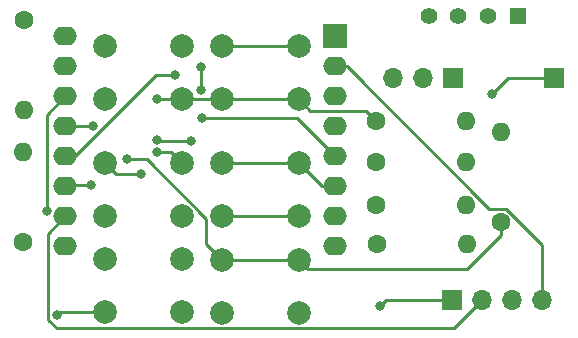
<source format=gbr>
%TF.GenerationSoftware,KiCad,Pcbnew,(6.0.5)*%
%TF.CreationDate,2022-06-30T14:49:24+05:30*%
%TF.ProjectId,D1 mini 4 button remote,4431206d-696e-4692-9034-20627574746f,rev?*%
%TF.SameCoordinates,Original*%
%TF.FileFunction,Copper,L2,Bot*%
%TF.FilePolarity,Positive*%
%FSLAX46Y46*%
G04 Gerber Fmt 4.6, Leading zero omitted, Abs format (unit mm)*
G04 Created by KiCad (PCBNEW (6.0.5)) date 2022-06-30 14:49:24*
%MOMM*%
%LPD*%
G01*
G04 APERTURE LIST*
%TA.AperFunction,ComponentPad*%
%ADD10O,1.600000X1.600000*%
%TD*%
%TA.AperFunction,ComponentPad*%
%ADD11C,1.600000*%
%TD*%
%TA.AperFunction,ComponentPad*%
%ADD12C,2.000000*%
%TD*%
%TA.AperFunction,ComponentPad*%
%ADD13R,1.700000X1.700000*%
%TD*%
%TA.AperFunction,ComponentPad*%
%ADD14O,1.700000X1.700000*%
%TD*%
%TA.AperFunction,ComponentPad*%
%ADD15R,1.416000X1.416000*%
%TD*%
%TA.AperFunction,ComponentPad*%
%ADD16C,1.416000*%
%TD*%
%TA.AperFunction,ComponentPad*%
%ADD17R,2.000000X2.000000*%
%TD*%
%TA.AperFunction,ComponentPad*%
%ADD18O,2.000000X1.600000*%
%TD*%
%TA.AperFunction,ViaPad*%
%ADD19C,0.800000*%
%TD*%
%TA.AperFunction,Conductor*%
%ADD20C,0.250000*%
%TD*%
G04 APERTURE END LIST*
D10*
%TO.P,R7,2*%
%TO.N,GND*%
X130606800Y-44399200D03*
D11*
%TO.P,R7,1*%
%TO.N,D2*%
X130606800Y-52019200D03*
%TD*%
D12*
%TO.P,SW6,1,1*%
%TO.N,D2*%
X113484800Y-55219600D03*
X106984800Y-55219600D03*
%TO.P,SW6,2,2*%
%TO.N,3V3*%
X113484800Y-59719600D03*
X106984800Y-59719600D03*
%TD*%
%TO.P,SW5,1,1*%
%TO.N,D1*%
X97080000Y-59690000D03*
X103580000Y-59690000D03*
%TO.P,SW5,2,2*%
%TO.N,3V3*%
X97080000Y-55190000D03*
X103580000Y-55190000D03*
%TD*%
D11*
%TO.P,R6,1*%
%TO.N,D1*%
X120091200Y-53898800D03*
D10*
%TO.P,R6,2*%
%TO.N,GND*%
X127711200Y-53898800D03*
%TD*%
D13*
%TO.P,J3,1,Pin_1*%
%TO.N,Net-(J3-Pad1)*%
X126578600Y-39878000D03*
D14*
%TO.P,J3,2,Pin_2*%
%TO.N,Net-(J3-Pad2)*%
X124038600Y-39878000D03*
%TO.P,J3,3,Pin_3*%
%TO.N,Net-(J3-Pad3)*%
X121498600Y-39878000D03*
%TD*%
D12*
%TO.P,SW3,1,1*%
%TO.N,D5*%
X103580000Y-47026000D03*
X97080000Y-47026000D03*
%TO.P,SW3,2,2*%
%TO.N,3V3*%
X103580000Y-51526000D03*
X97080000Y-51526000D03*
%TD*%
D11*
%TO.P,R5,1*%
%TO.N,D7*%
X120040400Y-50596800D03*
D10*
%TO.P,R5,2*%
%TO.N,GND*%
X127660400Y-50596800D03*
%TD*%
D12*
%TO.P,SW1,1,1*%
%TO.N,D6*%
X103580000Y-37120000D03*
X97080000Y-37120000D03*
%TO.P,SW1,2,2*%
%TO.N,3V3*%
X97080000Y-41620000D03*
X103580000Y-41620000D03*
%TD*%
D13*
%TO.P,J2,1,Pin_1*%
%TO.N,Net-(IC1-Pad2)*%
X135128000Y-39878000D03*
%TD*%
D12*
%TO.P,SW2,1,1*%
%TO.N,D0*%
X113486000Y-37120000D03*
X106986000Y-37120000D03*
%TO.P,SW2,2,2*%
%TO.N,3V3*%
X106986000Y-41620000D03*
X113486000Y-41620000D03*
%TD*%
D11*
%TO.P,R4,1*%
%TO.N,D5*%
X120040400Y-46939200D03*
D10*
%TO.P,R4,2*%
%TO.N,GND*%
X127660400Y-46939200D03*
%TD*%
D11*
%TO.P,R1,1*%
%TO.N,3V3*%
X120040400Y-43484800D03*
D10*
%TO.P,R1,2*%
%TO.N,Net-(IC1-Pad2)*%
X127660400Y-43484800D03*
%TD*%
D13*
%TO.P,J1,1,Pin_1*%
%TO.N,5V*%
X126502000Y-58674000D03*
D14*
%TO.P,J1,2,Pin_2*%
%TO.N,GND*%
X129042000Y-58674000D03*
%TO.P,J1,3,Pin_3*%
%TO.N,unconnected-(J1-Pad3)*%
X131582000Y-58674000D03*
%TO.P,J1,4,Pin_4*%
%TO.N,A0*%
X134122000Y-58674000D03*
%TD*%
D15*
%TO.P,IC1,1,VDD*%
%TO.N,3V3*%
X132020000Y-34616000D03*
D16*
%TO.P,IC1,2,DATA*%
%TO.N,Net-(IC1-Pad2)*%
X129520000Y-34616000D03*
%TO.P,IC1,3,NULL*%
%TO.N,unconnected-(IC1-Pad3)*%
X127020000Y-34616000D03*
%TO.P,IC1,4,GND*%
%TO.N,GND*%
X124520000Y-34616000D03*
%TD*%
D11*
%TO.P,R3,1*%
%TO.N,D6*%
X90170000Y-53746400D03*
D10*
%TO.P,R3,2*%
%TO.N,GND*%
X90170000Y-46126400D03*
%TD*%
D11*
%TO.P,R2,1*%
%TO.N,D0*%
X90220800Y-34950400D03*
D10*
%TO.P,R2,2*%
%TO.N,GND*%
X90220800Y-42570400D03*
%TD*%
D12*
%TO.P,SW4,1,1*%
%TO.N,D7*%
X106986000Y-47026000D03*
X113486000Y-47026000D03*
%TO.P,SW4,2,2*%
%TO.N,3V3*%
X106986000Y-51526000D03*
X113486000Y-51526000D03*
%TD*%
D17*
%TO.P,U1,1,~{RST}*%
%TO.N,unconnected-(U1-Pad1)*%
X116586000Y-36322000D03*
D18*
%TO.P,U1,2,A0*%
%TO.N,A0*%
X116586000Y-38862000D03*
%TO.P,U1,3,D0*%
%TO.N,D0*%
X116586000Y-41402000D03*
%TO.P,U1,4,SCK/D5*%
%TO.N,D5*%
X116586000Y-43942000D03*
%TO.P,U1,5,MISO/D6*%
%TO.N,D6*%
X116586000Y-46482000D03*
%TO.P,U1,6,MOSI/D7*%
%TO.N,D7*%
X116586000Y-49022000D03*
%TO.P,U1,7,CS/D8*%
%TO.N,Net-(J3-Pad1)*%
X116586000Y-51562000D03*
%TO.P,U1,8,3V3*%
%TO.N,3V3*%
X116586000Y-54102000D03*
%TO.P,U1,9,5V*%
%TO.N,5V*%
X93726000Y-54102000D03*
%TO.P,U1,10,GND*%
%TO.N,GND*%
X93726000Y-51562000D03*
%TO.P,U1,11,D4*%
%TO.N,Net-(J3-Pad2)*%
X93726000Y-49022000D03*
%TO.P,U1,12,D3*%
%TO.N,Net-(J3-Pad3)*%
X93726000Y-46482000D03*
%TO.P,U1,13,SDA/D2*%
%TO.N,D2*%
X93726000Y-43942000D03*
%TO.P,U1,14,SCL/D1*%
%TO.N,D1*%
X93726000Y-41402000D03*
%TO.P,U1,15,RX*%
%TO.N,unconnected-(U1-Pad15)*%
X93726000Y-38862000D03*
%TO.P,U1,16,TX*%
%TO.N,unconnected-(U1-Pad16)*%
X93726000Y-36322000D03*
%TD*%
D19*
%TO.N,D6*%
X105257600Y-40895500D03*
X105257600Y-38899500D03*
X105291802Y-43265002D03*
%TO.N,D5*%
X101530989Y-46141195D03*
X100177600Y-48006000D03*
%TO.N,3V3*%
X101530989Y-41605200D03*
%TO.N,D2*%
X98919596Y-46697195D03*
X96102501Y-43930901D03*
%TO.N,Net-(J3-Pad3)*%
X102979989Y-39624000D03*
%TO.N,Net-(J3-Pad2)*%
X95910400Y-48869600D03*
X101530989Y-45110400D03*
X104407101Y-45174301D03*
%TO.N,D1*%
X92198993Y-51059592D03*
X93001500Y-59893200D03*
%TO.N,Net-(IC1-Pad2)*%
X129882300Y-41198800D03*
%TO.N,5V*%
X120396000Y-59182000D03*
%TD*%
D20*
%TO.N,D6*%
X113369002Y-43265002D02*
X116586000Y-46482000D01*
X105257600Y-38899500D02*
X105257600Y-40895500D01*
X105291802Y-43265002D02*
X113369002Y-43265002D01*
%TO.N,D1*%
X92198993Y-42929007D02*
X93726000Y-41402000D01*
%TO.N,3V3*%
X119175600Y-42620000D02*
X120040400Y-43484800D01*
X114486000Y-42620000D02*
X119175600Y-42620000D01*
X113486000Y-41620000D02*
X114486000Y-42620000D01*
%TO.N,D5*%
X102695195Y-46141195D02*
X103580000Y-47026000D01*
X98060000Y-48006000D02*
X100177600Y-48006000D01*
X101530989Y-46141195D02*
X102695195Y-46141195D01*
X97080000Y-47026000D02*
X98060000Y-48006000D01*
%TO.N,D7*%
X106986000Y-47026000D02*
X113486000Y-47026000D01*
%TO.N,D0*%
X106986000Y-37120000D02*
X113486000Y-37120000D01*
%TO.N,3V3*%
X106986000Y-41620000D02*
X113486000Y-41620000D01*
X103565200Y-41605200D02*
X103580000Y-41620000D01*
X101530989Y-41605200D02*
X103565200Y-41605200D01*
X106986000Y-51526000D02*
X113486000Y-51526000D01*
%TO.N,D2*%
X106984800Y-55219600D02*
X113484800Y-55219600D01*
X105664000Y-53898800D02*
X106984800Y-55219600D01*
X105664000Y-51736857D02*
X105664000Y-53898800D01*
X100624338Y-46697195D02*
X105664000Y-51736857D01*
X96091402Y-43942000D02*
X96102501Y-43930901D01*
X93726000Y-43942000D02*
X96091402Y-43942000D01*
X98919596Y-46697195D02*
X100624338Y-46697195D01*
X127775770Y-55981600D02*
X114246800Y-55981600D01*
X130606800Y-53150570D02*
X127775770Y-55981600D01*
X130606800Y-52019200D02*
X130606800Y-53150570D01*
X114246800Y-55981600D02*
X113484800Y-55219600D01*
%TO.N,A0*%
X129634689Y-50894689D02*
X117602000Y-38862000D01*
X117602000Y-38862000D02*
X116586000Y-38862000D01*
X131072589Y-50894689D02*
X129634689Y-50894689D01*
X134122000Y-58674000D02*
X134122000Y-53944100D01*
X134122000Y-53944100D02*
X131072589Y-50894689D01*
%TO.N,Net-(J3-Pad3)*%
X94576000Y-46482000D02*
X93726000Y-46482000D01*
X101434000Y-39624000D02*
X94576000Y-46482000D01*
X102979989Y-39624000D02*
X101434000Y-39624000D01*
%TO.N,Net-(J3-Pad2)*%
X93878400Y-48869600D02*
X93726000Y-49022000D01*
X95910400Y-48869600D02*
X93878400Y-48869600D01*
X101594890Y-45174301D02*
X101530989Y-45110400D01*
X104407101Y-45174301D02*
X101594890Y-45174301D01*
%TO.N,GND*%
X92997311Y-61044111D02*
X126671889Y-61044111D01*
X92276989Y-60323789D02*
X92997311Y-61044111D01*
X92276989Y-53011011D02*
X92276989Y-60323789D01*
X93726000Y-51562000D02*
X92276989Y-53011011D01*
X126671889Y-61044111D02*
X129042000Y-58674000D01*
%TO.N,D1*%
X92198993Y-51059592D02*
X92198993Y-42929007D01*
X93204700Y-59690000D02*
X97080000Y-59690000D01*
X93001500Y-59893200D02*
X93204700Y-59690000D01*
%TO.N,Net-(IC1-Pad2)*%
X129882300Y-41198800D02*
X131203100Y-39878000D01*
X131203100Y-39878000D02*
X135128000Y-39878000D01*
%TO.N,3V3*%
X103580000Y-41620000D02*
X106986000Y-41620000D01*
%TO.N,5V*%
X126502000Y-58674000D02*
X120904000Y-58674000D01*
X120904000Y-58674000D02*
X120396000Y-59182000D01*
%TO.N,D7*%
X113486000Y-47026000D02*
X115482000Y-49022000D01*
X115482000Y-49022000D02*
X116586000Y-49022000D01*
%TD*%
M02*

</source>
